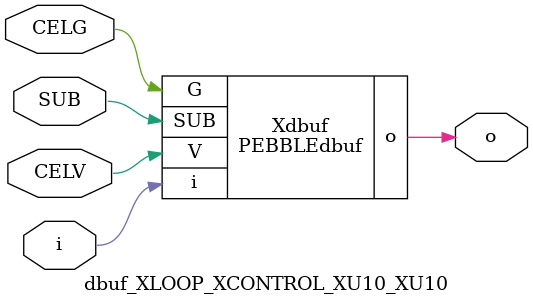
<source format=v>



module PEBBLEdbuf ( o, G, SUB, V, i );

  input V;
  input i;
  input G;
  output o;
  input SUB;
endmodule

//Celera Confidential Do Not Copy dbuf_XLOOP_XCONTROL_XU10_XU10
//Celera Confidential Symbol Generator
//Digital Buffer
module dbuf_XLOOP_XCONTROL_XU10_XU10 (CELV,CELG,i,o,SUB);
input CELV;
input CELG;
input i;
input SUB;
output o;

//Celera Confidential Do Not Copy dbuf
PEBBLEdbuf Xdbuf(
.V (CELV),
.i (i),
.o (o),
.SUB (SUB),
.G (CELG)
);
//,diesize,PEBBLEdbuf

//Celera Confidential Do Not Copy Module End
//Celera Schematic Generator
endmodule

</source>
